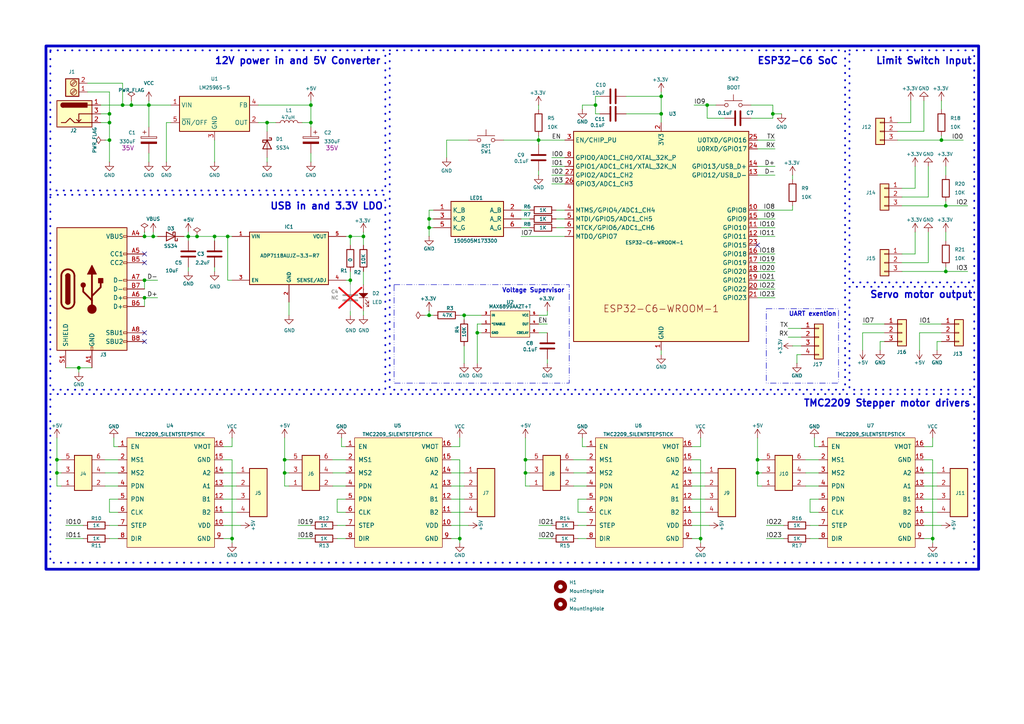
<source format=kicad_sch>
(kicad_sch (version 20231120) (generator "eeschema") (generator_version "8.0")
  (paper "A4")
  (title_block (title "Waste classification robot") (company "Jobit Joseph @ Semicon Media Pvt Ltd"))
  (junction (at 152.4 133.35))
  (junction (at 172.72 30.48))
  (junction (at 124.46 66.04))
  (junction (at 44.45 68.58))
  (junction (at 62.23 68.58))
  (junction (at 105.41 68.58))
  (junction (at 31.75 33.02))
  (junction (at 31.75 40.64))
  (junction (at 90.17 35.56))
  (junction (at 156.21 40.64))
  (junction (at 191.77 27.94))
  (junction (at 224.155 33.02))
  (junction (at 43.18 30.48))
  (junction (at 66.04 68.58))
  (junction (at 41.91 86.36))
  (junction (at 67.31 156.21))
  (junction (at 274.32 78.74))
  (junction (at 82.55 133.35))
  (junction (at 41.91 68.58))
  (junction (at 133.35 156.21))
  (junction (at 219.71 137.16))
  (junction (at 57.15 68.58))
  (junction (at 219.71 133.35))
  (junction (at 274.32 59.69))
  (junction (at 90.17 30.48))
  (junction (at 101.6 81.28))
  (junction (at 101.6 68.58))
  (junction (at 54.61 68.58))
  (junction (at 38.1 30.48))
  (junction (at 138.43 96.52))
  (junction (at 152.4 137.16))
  (junction (at 31.75 35.56))
  (junction (at 203.2 156.21))
  (junction (at 77.47 35.56))
  (junction (at 82.55 137.16))
  (junction (at 124.46 91.44))
  (junction (at 16.51 133.35))
  (junction (at 35.56 30.48))
  (junction (at 270.51 156.21))
  (junction (at 273.05 40.64))
  (junction (at 41.91 81.28))
  (junction (at 134.62 91.44))
  (junction (at 16.51 137.16))
  (junction (at 124.46 63.5))
  (junction (at 191.77 33.02))
  (junction (at 205.105 30.48))
  (junction (at 22.86 106.68))
  (no_connect (at 41.91 73.66))
  (no_connect (at 41.91 76.2))
  (no_connect (at 41.91 99.06))
  (no_connect (at 41.91 96.52))
  (no_connect (at 219.71 71.12))
  (wire (pts (xy 35.56 24.13) (xy 35.56 30.48)))
  (wire (pts (xy 90.17 46.99) (xy 90.17 44.45)))
  (wire (pts (xy 224.79 43.18) (xy 219.71 43.18)))
  (wire (pts (xy 134.62 100.33) (xy 134.62 105.41)))
  (wire (pts (xy 274.32 67.31) (xy 274.32 69.85)))
  (wire (pts (xy 231.14 105.41) (xy 231.14 102.87)))
  (wire (pts (xy 160.02 45.72) (xy 163.83 45.72)))
  (wire (pts (xy 236.22 129.54) (xy 237.49 129.54)))
  (wire (pts (xy 68.58 144.78) (xy 64.77 144.78)))
  (wire (pts (xy 167.64 148.59) (xy 170.18 148.59)))
  (wire (pts (xy 273.05 99.06) (xy 271.78 99.06)))
  (wire (pts (xy 271.78 137.16) (xy 267.97 137.16)))
  (wire (pts (xy 67.31 133.35) (xy 67.31 156.21)))
  (wire (pts (xy 156.21 91.44) (xy 158.75 91.44)))
  (wire (pts (xy 90.17 29.21) (xy 90.17 30.48)))
  (wire (pts (xy 234.95 152.4) (xy 237.49 152.4)))
  (wire (pts (xy 124.46 63.5) (xy 125.73 63.5)))
  (wire (pts (xy 172.72 30.48) (xy 172.72 33.02)))
  (wire (pts (xy 167.64 152.4) (xy 170.18 152.4)))
  (wire (pts (xy 66.04 68.58) (xy 67.31 68.58)))
  (wire (pts (xy 261.62 76.2) (xy 269.24 76.2)))
  (wire (pts (xy 125.73 60.96) (xy 124.46 60.96)))
  (wire (pts (xy 156.21 30.48) (xy 156.21 31.75)))
  (wire (pts (xy 156.21 40.64) (xy 156.21 41.91)))
  (wire (pts (xy 156.21 40.64) (xy 163.83 40.64)))
  (wire (pts (xy 204.47 148.59) (xy 200.66 148.59)))
  (wire (pts (xy 224.155 33.02) (xy 224.155 34.29)))
  (wire (pts (xy 31.75 148.59) (xy 34.29 148.59)))
  (wire (pts (xy 82.55 137.16) (xy 82.55 140.97)))
  (wire (pts (xy 96.52 140.97) (xy 100.33 140.97)))
  (wire (pts (xy 124.46 91.44) (xy 125.73 91.44)))
  (wire (pts (xy 273.05 40.64) (xy 273.05 39.37)))
  (wire (pts (xy 260.35 40.64) (xy 273.05 40.64)))
  (wire (pts (xy 204.47 137.16) (xy 200.66 137.16)))
  (wire (pts (xy 130.81 133.35) (xy 133.35 133.35)))
  (wire (pts (xy 265.43 54.61) (xy 265.43 48.26)))
  (wire (pts (xy 270.51 129.54) (xy 267.97 129.54)))
  (wire (pts (xy 219.71 133.35) (xy 220.98 133.35)))
  (wire (pts (xy 25.4 26.67) (xy 31.75 26.67)))
  (wire (pts (xy 25.4 24.13) (xy 35.56 24.13)))
  (wire (pts (xy 158.75 105.41) (xy 158.75 104.14)))
  (wire (pts (xy 273.05 40.64) (xy 279.4 40.64)))
  (wire (pts (xy 31.75 144.78) (xy 31.75 148.59)))
  (wire (pts (xy 219.71 127) (xy 219.71 133.35)))
  (wire (pts (xy 133.35 156.21) (xy 133.35 157.48)))
  (wire (pts (xy 224.79 81.28) (xy 219.71 81.28)))
  (wire (pts (xy 97.79 152.4) (xy 100.33 152.4)))
  (wire (pts (xy 166.37 140.97) (xy 170.18 140.97)))
  (wire (pts (xy 161.29 66.04) (xy 163.83 66.04)))
  (wire (pts (xy 77.47 35.56) (xy 77.47 38.1)))
  (wire (pts (xy 224.79 66.04) (xy 219.71 66.04)))
  (wire (pts (xy 135.89 40.64) (xy 129.54 40.64)))
  (wire (pts (xy 82.55 133.35) (xy 83.82 133.35)))
  (wire (pts (xy 134.62 91.44) (xy 139.7 91.44)))
  (wire (pts (xy 224.79 83.82) (xy 219.71 83.82)))
  (wire (pts (xy 30.48 40.64) (xy 31.75 40.64)))
  (wire (pts (xy 168.91 127) (xy 168.91 129.54)))
  (wire (pts (xy 16.51 133.35) (xy 16.51 137.16)))
  (wire (pts (xy 97.79 156.21) (xy 100.33 156.21)))
  (wire (pts (xy 270.51 156.21) (xy 270.51 157.48)))
  (wire (pts (xy 49.53 30.48) (xy 43.18 30.48)))
  (wire (pts (xy 168.91 129.54) (xy 170.18 129.54)))
  (wire (pts (xy 133.35 133.35) (xy 133.35 156.21)))
  (wire (pts (xy 236.22 127) (xy 236.22 129.54)))
  (wire (pts (xy 160.02 50.8) (xy 163.83 50.8)))
  (wire (pts (xy 233.68 140.97) (xy 237.49 140.97)))
  (wire (pts (xy 48.26 35.56) (xy 49.53 35.56)))
  (wire (pts (xy 138.43 96.52) (xy 138.43 105.41)))
  (wire (pts (xy 219.71 137.16) (xy 220.98 137.16)))
  (wire (pts (xy 224.79 78.74) (xy 219.71 78.74)))
  (wire (pts (xy 217.805 34.29) (xy 224.155 34.29)))
  (wire (pts (xy 33.02 129.54) (xy 34.29 129.54)))
  (wire (pts (xy 31.75 35.56) (xy 31.75 33.02)))
  (wire (pts (xy 270.51 127) (xy 270.51 129.54)))
  (wire (pts (xy 19.05 152.4) (xy 24.13 152.4)))
  (wire (pts (xy 158.75 93.98) (xy 156.21 93.98)))
  (wire (pts (xy 44.45 68.58) (xy 44.45 67.31)))
  (wire (pts (xy 152.4 133.35) (xy 153.67 133.35)))
  (wire (pts (xy 77.47 46.99) (xy 77.47 45.72)))
  (wire (pts (xy 135.89 152.4) (xy 130.81 152.4)))
  (wire (pts (xy 41.91 68.58) (xy 44.45 68.58)))
  (wire (pts (xy 152.4 133.35) (xy 152.4 137.16)))
  (wire (pts (xy 105.41 71.12) (xy 105.41 68.58)))
  (wire (pts (xy 203.2 127) (xy 203.2 129.54)))
  (wire (pts (xy 67.31 81.28) (xy 66.04 81.28)))
  (wire (pts (xy 261.62 54.61) (xy 265.43 54.61)))
  (wire (pts (xy 219.71 140.97) (xy 220.98 140.97)))
  (wire (pts (xy 191.77 26.67) (xy 191.77 27.94)))
  (wire (pts (xy 67.31 127) (xy 67.31 129.54)))
  (wire (pts (xy 69.85 152.4) (xy 64.77 152.4)))
  (wire (pts (xy 16.51 127) (xy 16.51 133.35)))
  (wire (pts (xy 124.46 60.96) (xy 124.46 63.5)))
  (wire (pts (xy 250.19 93.98) (xy 256.54 93.98)))
  (wire (pts (xy 224.155 30.48) (xy 224.155 33.02)))
  (wire (pts (xy 224.79 40.64) (xy 219.71 40.64)))
  (wire (pts (xy 210.185 34.29) (xy 205.105 34.29)))
  (wire (pts (xy 172.72 27.94) (xy 172.72 30.48)))
  (wire (pts (xy 234.95 148.59) (xy 237.49 148.59)))
  (wire (pts (xy 205.74 152.4) (xy 200.66 152.4)))
  (wire (pts (xy 191.77 102.87) (xy 191.77 101.6)))
  (wire (pts (xy 224.79 86.36) (xy 219.71 86.36)))
  (wire (pts (xy 151.13 68.58) (xy 163.83 68.58)))
  (wire (pts (xy 54.61 68.58) (xy 57.15 68.58)))
  (wire (pts (xy 97.79 144.78) (xy 97.79 148.59)))
  (wire (pts (xy 204.47 144.78) (xy 200.66 144.78)))
  (wire (pts (xy 156.21 39.37) (xy 156.21 40.64)))
  (wire (pts (xy 82.55 140.97) (xy 83.82 140.97)))
  (wire (pts (xy 269.24 76.2) (xy 269.24 67.31)))
  (wire (pts (xy 166.37 133.35) (xy 170.18 133.35)))
  (wire (pts (xy 205.105 30.48) (xy 201.295 30.48)))
  (wire (pts (xy 29.21 35.56) (xy 31.75 35.56)))
  (wire (pts (xy 217.805 30.48) (xy 224.155 30.48)))
  (wire (pts (xy 124.46 63.5) (xy 124.46 66.04)))
  (wire (pts (xy 101.6 78.74) (xy 101.6 81.28)))
  (wire (pts (xy 237.49 144.78) (xy 234.95 144.78)))
  (wire (pts (xy 172.72 30.48) (xy 168.91 30.48)))
  (wire (pts (xy 265.43 73.66) (xy 265.43 67.31)))
  (wire (pts (xy 31.75 152.4) (xy 34.29 152.4)))
  (wire (pts (xy 152.4 140.97) (xy 153.67 140.97)))
  (wire (pts (xy 233.68 137.16) (xy 237.49 137.16)))
  (wire (pts (xy 134.62 148.59) (xy 130.81 148.59)))
  (wire (pts (xy 260.35 35.56) (xy 264.16 35.56)))
  (wire (pts (xy 105.41 91.44) (xy 105.41 90.17)))
  (wire (pts (xy 123.19 91.44) (xy 124.46 91.44)))
  (wire (pts (xy 170.18 144.78) (xy 167.64 144.78)))
  (wire (pts (xy 41.91 81.28) (xy 41.91 83.82)))
  (wire (pts (xy 31.75 26.67) (xy 31.75 33.02)))
  (wire (pts (xy 274.32 78.74) (xy 274.32 77.47)))
  (wire (pts (xy 54.61 67.31) (xy 54.61 68.58)))
  (wire (pts (xy 167.64 144.78) (xy 167.64 148.59)))
  (wire (pts (xy 271.78 99.06) (xy 271.78 101.6)))
  (wire (pts (xy 134.62 140.97) (xy 130.81 140.97)))
  (wire (pts (xy 228.6 97.79) (xy 232.41 97.79)))
  (wire (pts (xy 266.7 96.52) (xy 266.7 101.6)))
  (wire (pts (xy 173.99 27.94) (xy 172.72 27.94)))
  (wire (pts (xy 274.32 78.74) (xy 280.67 78.74)))
  (wire (pts (xy 130.81 156.21) (xy 133.35 156.21)))
  (wire (pts (xy 256.54 96.52) (xy 250.19 96.52)))
  (wire (pts (xy 90.17 35.56) (xy 90.17 36.83)))
  (wire (pts (xy 250.19 96.52) (xy 250.19 101.6)))
  (wire (pts (xy 64.77 156.21) (xy 67.31 156.21)))
  (wire (pts (xy 228.6 95.25) (xy 232.41 95.25)))
  (wire (pts (xy 43.18 29.21) (xy 43.18 30.48)))
  (wire (pts (xy 134.62 91.44) (xy 134.62 92.71)))
  (wire (pts (xy 99.06 129.54) (xy 100.33 129.54)))
  (wire (pts (xy 96.52 133.35) (xy 100.33 133.35)))
  (wire (pts (xy 181.61 33.02) (xy 191.77 33.02)))
  (wire (pts (xy 44.45 68.58) (xy 45.72 68.58)))
  (wire (pts (xy 160.02 48.26) (xy 163.83 48.26)))
  (wire (pts (xy 181.61 27.94) (xy 191.77 27.94)))
  (wire (pts (xy 101.6 68.58) (xy 100.33 68.58)))
  (wire (pts (xy 205.105 34.29) (xy 205.105 30.48)))
  (wire (pts (xy 67.31 156.21) (xy 67.31 157.48)))
  (wire (pts (xy 82.55 133.35) (xy 82.55 137.16)))
  (wire (pts (xy 156.21 50.8) (xy 156.21 49.53)))
  (wire (pts (xy 234.95 156.21) (xy 237.49 156.21)))
  (wire (pts (xy 134.62 137.16) (xy 130.81 137.16)))
  (wire (pts (xy 264.16 35.56) (xy 264.16 29.21)))
  (wire (pts (xy 139.7 96.52) (xy 138.43 96.52)))
  (wire (pts (xy 204.47 140.97) (xy 200.66 140.97)))
  (wire (pts (xy 233.68 133.35) (xy 237.49 133.35)))
  (wire (pts (xy 167.64 156.21) (xy 170.18 156.21)))
  (wire (pts (xy 53.34 68.58) (xy 54.61 68.58)))
  (wire (pts (xy 124.46 90.17) (xy 124.46 91.44)))
  (wire (pts (xy 133.35 127) (xy 133.35 129.54)))
  (wire (pts (xy 35.56 30.48) (xy 38.1 30.48)))
  (wire (pts (xy 224.79 73.66) (xy 219.71 73.66)))
  (wire (pts (xy 273.05 29.21) (xy 273.05 31.75)))
  (wire (pts (xy 77.47 35.56) (xy 74.93 35.56)))
  (wire (pts (xy 207.645 30.48) (xy 205.105 30.48)))
  (wire (pts (xy 101.6 91.44) (xy 101.6 90.17)))
  (wire (pts (xy 274.32 48.26) (xy 274.32 50.8)))
  (wire (pts (xy 261.62 59.69) (xy 274.32 59.69)))
  (wire (pts (xy 156.21 96.52) (xy 158.75 96.52)))
  (wire (pts (xy 146.05 40.64) (xy 156.21 40.64)))
  (wire (pts (xy 274.32 59.69) (xy 274.32 58.42)))
  (wire (pts (xy 74.93 30.48) (xy 90.17 30.48)))
  (wire (pts (xy 152.4 137.16) (xy 152.4 140.97)))
  (wire (pts (xy 261.62 73.66) (xy 265.43 73.66)))
  (wire (pts (xy 219.71 133.35) (xy 219.71 137.16)))
  (wire (pts (xy 229.87 59.69) (xy 229.87 60.96)))
  (wire (pts (xy 267.97 133.35) (xy 270.51 133.35)))
  (wire (pts (xy 222.25 152.4) (xy 227.33 152.4)))
  (wire (pts (xy 151.13 63.5) (xy 153.67 63.5)))
  (wire (pts (xy 86.36 152.4) (xy 90.17 152.4)))
  (wire (pts (xy 90.17 30.48) (xy 90.17 35.56)))
  (wire (pts (xy 226.695 33.02) (xy 224.155 33.02)))
  (wire (pts (xy 16.51 140.97) (xy 17.78 140.97)))
  (wire (pts (xy 41.91 67.31) (xy 41.91 68.58)))
  (wire (pts (xy 134.62 144.78) (xy 130.81 144.78)))
  (wire (pts (xy 87.63 35.56) (xy 90.17 35.56)))
  (wire (pts (xy 224.79 63.5) (xy 219.71 63.5)))
  (wire (pts (xy 68.58 137.16) (xy 64.77 137.16)))
  (wire (pts (xy 267.97 156.21) (xy 270.51 156.21)))
  (wire (pts (xy 124.46 66.04) (xy 124.46 68.58)))
  (wire (pts (xy 156.21 152.4) (xy 160.02 152.4)))
  (wire (pts (xy 261.62 78.74) (xy 274.32 78.74)))
  (wire (pts (xy 82.55 127) (xy 82.55 133.35)))
  (wire (pts (xy 138.43 93.98) (xy 138.43 96.52)))
  (wire (pts (xy 100.33 144.78) (xy 97.79 144.78)))
  (wire (pts (xy 100.33 81.28) (xy 101.6 81.28)))
  (wire (pts (xy 29.21 30.48) (xy 35.56 30.48)))
  (wire (pts (xy 57.15 68.58) (xy 62.23 68.58)))
  (wire (pts (xy 31.75 156.21) (xy 34.29 156.21)))
  (wire (pts (xy 54.61 68.58) (xy 54.61 69.85)))
  (wire (pts (xy 62.23 78.74) (xy 62.23 77.47)))
  (wire (pts (xy 31.75 40.64) (xy 31.75 46.99)))
  (wire (pts (xy 105.41 78.74) (xy 105.41 82.55)))
  (wire (pts (xy 41.91 86.36) (xy 45.72 86.36)))
  (wire (pts (xy 105.41 68.58) (xy 101.6 68.58)))
  (wire (pts (xy 83.82 87.63) (xy 83.82 91.44)))
  (wire (pts (xy 30.48 133.35) (xy 34.29 133.35)))
  (wire (pts (xy 160.02 53.34) (xy 163.83 53.34)))
  (wire (pts (xy 31.75 35.56) (xy 31.75 40.64)))
  (wire (pts (xy 30.48 137.16) (xy 34.29 137.16)))
  (wire (pts (xy 151.13 66.04) (xy 153.67 66.04)))
  (wire (pts (xy 224.79 48.26) (xy 219.71 48.26)))
  (wire (pts (xy 26.67 106.68) (xy 22.86 106.68)))
  (wire (pts (xy 153.67 60.96) (xy 151.13 60.96)))
  (wire (pts (xy 101.6 81.28) (xy 101.6 82.55)))
  (wire (pts (xy 41.91 86.36) (xy 41.91 88.9)))
  (wire (pts (xy 99.06 127) (xy 99.06 129.54)))
  (wire (pts (xy 66.04 81.28) (xy 66.04 68.58)))
  (wire (pts (xy 267.97 38.1) (xy 267.97 29.21)))
  (wire (pts (xy 161.29 60.96) (xy 163.83 60.96)))
  (wire (pts (xy 273.05 152.4) (xy 267.97 152.4)))
  (wire (pts (xy 67.31 129.54) (xy 64.77 129.54)))
  (wire (pts (xy 173.99 33.02) (xy 172.72 33.02)))
  (wire (pts (xy 16.51 133.35) (xy 17.78 133.35)))
  (wire (pts (xy 30.48 140.97) (xy 34.29 140.97)))
  (wire (pts (xy 152.4 137.16) (xy 153.67 137.16)))
  (wire (pts (xy 133.35 129.54) (xy 130.81 129.54)))
  (wire (pts (xy 271.78 144.78) (xy 267.97 144.78)))
  (wire (pts (xy 101.6 71.12) (xy 101.6 68.58)))
  (wire (pts (xy 38.1 30.48) (xy 43.18 30.48)))
  (wire (pts (xy 97.79 148.59) (xy 100.33 148.59)))
  (wire (pts (xy 229.87 100.33) (xy 232.41 100.33)))
  (wire (pts (xy 96.52 137.16) (xy 100.33 137.16)))
  (wire (pts (xy 129.54 40.64) (xy 129.54 45.72)))
  (wire (pts (xy 261.62 57.15) (xy 269.24 57.15)))
  (wire (pts (xy 22.86 106.68) (xy 22.86 107.95)))
  (wire (pts (xy 105.41 67.31) (xy 105.41 68.58)))
  (wire (pts (xy 273.05 96.52) (xy 266.7 96.52)))
  (wire (pts (xy 200.66 133.35) (xy 203.2 133.35)))
  (wire (pts (xy 16.51 137.16) (xy 16.51 140.97)))
  (wire (pts (xy 41.91 81.28) (xy 45.72 81.28)))
  (wire (pts (xy 219.71 60.96) (xy 229.87 60.96)))
  (wire (pts (xy 255.27 99.06) (xy 256.54 99.06)))
  (wire (pts (xy 43.18 46.99) (xy 43.18 44.45)))
  (wire (pts (xy 156.21 156.21) (xy 160.02 156.21)))
  (wire (pts (xy 224.79 50.8) (xy 219.71 50.8)))
  (wire (pts (xy 224.79 68.58) (xy 219.71 68.58)))
  (wire (pts (xy 158.75 91.44) (xy 158.75 90.17)))
  (wire (pts (xy 269.24 57.15) (xy 269.24 48.26)))
  (wire (pts (xy 54.61 78.74) (xy 54.61 77.47)))
  (wire (pts (xy 260.35 38.1) (xy 267.97 38.1)))
  (wire (pts (xy 234.95 144.78) (xy 234.95 148.59)))
  (wire (pts (xy 219.71 137.16) (xy 219.71 140.97)))
  (wire (pts (xy 68.58 140.97) (xy 64.77 140.97)))
  (wire (pts (xy 139.7 93.98) (xy 138.43 93.98)))
  (wire (pts (xy 64.77 133.35) (xy 67.31 133.35)))
  (wire (pts (xy 191.77 33.02) (xy 191.77 35.56)))
  (wire (pts (xy 271.78 140.97) (xy 267.97 140.97)))
  (wire (pts (xy 62.23 68.58) (xy 66.04 68.58)))
  (wire (pts (xy 255.27 101.6) (xy 255.27 99.06)))
  (wire (pts (xy 229.87 50.8) (xy 229.87 52.07)))
  (wire (pts (xy 222.25 156.21) (xy 227.33 156.21)))
  (wire (pts (xy 203.2 133.35) (xy 203.2 156.21)))
  (wire (pts (xy 203.2 156.21) (xy 203.2 157.48)))
  (wire (pts (xy 133.35 91.44) (xy 134.62 91.44)))
  (wire (pts (xy 43.18 30.48) (xy 43.18 36.83)))
  (wire (pts (xy 86.36 156.21) (xy 90.17 156.21)))
  (wire (pts (xy 16.51 137.16) (xy 17.78 137.16)))
  (wire (pts (xy 22.86 106.68) (xy 19.05 106.68)))
  (wire (pts (xy 68.58 148.59) (xy 64.77 148.59)))
  (wire (pts (xy 62.23 69.85) (xy 62.23 68.58)))
  (wire (pts (xy 38.1 29.21) (xy 38.1 30.48)))
  (wire (pts (xy 274.32 59.69) (xy 280.67 59.69)))
  (wire (pts (xy 168.91 30.48) (xy 168.91 31.75)))
  (wire (pts (xy 166.37 137.16) (xy 170.18 137.16)))
  (wire (pts (xy 80.01 35.56) (xy 77.47 35.56)))
  (wire (pts (xy 33.02 127) (xy 33.02 129.54)))
  (wire (pts (xy 29.21 33.02) (xy 31.75 33.02)))
  (wire (pts (xy 224.79 76.2) (xy 219.71 76.2)))
  (wire (pts (xy 124.46 66.04) (xy 125.73 66.04)))
  (wire (pts (xy 152.4 127) (xy 152.4 133.35)))
  (wire (pts (xy 271.78 148.59) (xy 267.97 148.59)))
  (wire (pts (xy 161.29 63.5) (xy 163.83 63.5)))
  (wire (pts (xy 270.51 133.35) (xy 270.51 156.21)))
  (wire (pts (xy 191.77 27.94) (xy 191.77 33.02)))
  (wire (pts (xy 48.26 35.56) (xy 48.26 46.99)))
  (wire (pts (xy 231.14 102.87) (xy 232.41 102.87)))
  (wire (pts (xy 34.29 144.78) (xy 31.75 144.78)))
  (wire (pts (xy 266.7 93.98) (xy 273.05 93.98)))
  (wire (pts (xy 62.23 46.99) (xy 62.23 40.64)))
  (wire (pts (xy 203.2 129.54) (xy 200.66 129.54)))
  (wire (pts (xy 200.66 156.21) (xy 203.2 156.21)))
  (wire (pts (xy 82.55 137.16) (xy 83.82 137.16)))
  (wire (pts (xy 19.05 156.21) (xy 24.13 156.21)))
  (rectangle (start 14.605 114.3) (end 282.575 163.195) (stroke (width 0.5) (type dot)))
  (rectangle (start 113.03 14.605) (end 245.11 113.03) (stroke (width 0.5) (type dot)))
  (rectangle (start 246.38 14.605) (end 282.575 81.915) (stroke (width 0.5) (type dot)))
  (rectangle (start 14.605 56.515) (end 111.76 113.03) (stroke (width 0.5) (type dot)))
  (rectangle (start 14.605 14.605) (end 111.76 55.245) (stroke (width 0.5) (type dot)))
  (rectangle (start 222.25 89.535) (end 243.205 111.125) (stroke (width 0) (type dash_dot_dot)))
  (rectangle (start 114.3 82.55) (end 165.1 111.125) (stroke (width 0) (type dash_dot_dot)))
  (rectangle (start 246.38 83.185) (end 282.575 113.03) (stroke (width 0.5) (type dot)))
  (rectangle (start 13.335 13.335) (end 283.845 165.1) (stroke (width 0.8)))
  (text "USB in and 3.3V LDO" (at 94.742 59.944 0) (effects (font (size 2 2) (thickness 0.4) (bold yes))))
  (text "UART exention" (at 235.712 91.186 0) (effects (font (size 1.27 1.27) (bold yes))))
  (text "TMC2209 Stepper motor drivers" (at 257.302 117.094 0) (effects (font (size 2 2) (thickness 0.4) (bold yes))))
  (text "ESP32-C6 SoC" (at 231.394 17.78 0) (effects (font (size 2 2) (thickness 0.4) (bold yes))))
  (text "Voltage Supervisor" (at 154.686 84.328 0) (effects (font (size 1.27 1.27) (bold yes))))
  (text "12V power in and 5V Converter" (at 86.36 17.78 0) (effects (font (size 2 2) (thickness 0.4) (bold yes))))
  (text "Servo motor output" (at 267.208 85.598 0) (effects (font (size 2 2) (thickness 0.4) (bold yes))))
  (text "Limit Switch Input" (at 267.97 17.78 0) (effects (font (size 2 2) (thickness 0.4) (bold yes))))
  (label "IO9" (at 224.79 63.5 180))
  (label "EN" (at 160.02 40.64 0))
  (label "D-" (at 224.79 50.8 180))
  (label "TX" (at 228.6 95.25 180))
  (label "IO19" (at 224.79 76.2 180))
  (label "TX" (at 224.79 40.64 180))
  (label "IO11" (at 224.79 68.58 180))
  (label "IO21" (at 224.79 81.28 180))
  (label "IO1" (at 160.02 48.26 0))
  (label "IO10" (at 224.79 66.04 180))
  (label "IO7" (at 250.19 93.98 0))
  (label "RX" (at 228.6 97.79 180))
  (label "D+" (at 224.79 48.26 180))
  (label "IO22" (at 224.79 83.82 180))
  (label "IO20" (at 224.79 78.74 180))
  (label "IO21" (at 156.21 152.4 0))
  (label "IO11" (at 19.05 156.21 0))
  (label "IO9" (at 201.295 30.48 0))
  (label "IO10" (at 19.05 152.4 0))
  (label "IO2" (at 160.02 50.8 0))
  (label "IO19" (at 86.36 152.4 0))
  (label "IO1" (at 266.7 93.98 0))
  (label "IO22" (at 222.25 152.4 0))
  (label "IO8" (at 224.79 60.96 180))
  (label "EN" (at 158.75 93.98 180))
  (label "IO23" (at 224.79 86.36 180))
  (label "IO20" (at 156.21 156.21 0))
  (label "IO2" (at 280.67 59.69 180))
  (label "IO3" (at 280.67 78.74 180))
  (label "IO0" (at 160.02 45.72 0))
  (label "D+" (at 45.72 86.36 180))
  (label "IO18" (at 224.79 73.66 180))
  (label "IO18" (at 86.36 156.21 0))
  (label "D-" (at 45.72 81.28 180))
  (label "RX" (at 224.79 43.18 180))
  (label "IO7" (at 151.13 68.58 0))
  (label "IO0" (at 279.4 40.64 180))
  (label "IO23" (at 222.25 156.21 0))
  (label "IO3" (at 160.02 53.34 0))
  (symbol (lib_id "power:GND") (at 255.27 101.6 0) (unit 1)
    (property "Reference" "#PWR066" (effects (hide yes)))
    (property "Value" "GND" (at 255.27 105.156 0) (effects (font (size 1 1))))
  )
  (symbol (lib_id "Device:C") (at 213.995 34.29 270) (mirror x) (unit 1)
    (property "Reference" "C7" (at 218.567 32.766 90) (effects (font (size 1 1)) (justify right)))
    (property "Value" "0.1uF" (at 212.471 32.766 90) (effects (font (size 1 1)) (justify right)))
    (property "Footprint" "Capacitor_SMD:C_0603_1608Metric" (effects (hide yes)))
    (property "Description" "Unpolarized capacitor" (effects (hide yes)))
  )
  (symbol (lib_id "power:VCC") (at 133.35 127 0) (unit 1)
    (property "Reference" "#PWR040" (effects (hide yes)))
    (property "Value" "VCC" (at 133.35 123.698 0) (effects (font (size 1 1))))
    (property "Description" "Power symbol creates a global label with name \"VCC\"" (effects (hide yes)))
  )
  (symbol (lib_id "power:+5V") (at 69.85 152.4 270) (unit 1)
    (property "Reference" "#PWR037" (effects (hide yes)))
    (property "Value" "+5V" (at 73.406 152.4 0) (effects (font (size 1 1))))
  )
  (symbol (lib_id "Device:R") (at 27.94 156.21 90) (mirror x) (unit 1)
    (property "Reference" "R11" (at 27.94 158.242 90) (effects (font (size 1 1))))
    (property "Value" "1K" (at 27.94 156.21 90) (effects (font (size 1 1))))
    (property "Footprint" "Resistor_SMD:R_0603_1608Metric" (effects (hide yes)))
    (property "Description" "Resistor" (effects (hide yes)))
  )
  (symbol (lib_name "GND_2") (lib_id "power:GND") (at 231.14 105.41 0) (unit 1)
    (property "Reference" "#PWR067" (effects (hide yes)))
    (property "Value" "GND" (at 231.14 108.966 0) (effects (font (size 1 1))))
    (property "Description" "Power symbol creates a global label with name \"GND\" , ground" (effects (hide yes)))
  )
  (symbol (lib_id "Device:C") (at 101.6 86.36 0) (unit 1) (dnp yes)
    (property "Reference" "C4" (at 96.012 84.582 0) (effects (font (size 1 1)) (justify left)))
    (property "Value" "NC" (at 96.012 86.36 0) (effects (font (size 1 1)) (justify left)))
    (property "Footprint" "Capacitor_SMD:C_0603_1608Metric" (effects (hide yes)))
  )
  (symbol (lib_id "power:GND") (at 236.22 127 180) (unit 1)
    (property "Reference" "#PWR049" (effects (hide yes)))
    (property "Value" "GND" (at 236.22 123.698 0) (effects (font (size 1 1))))
  )
  (symbol (lib_id "Mechanical:MountingHole") (at 162.56 175.26 0) (unit 1) (exclude_from_sim yes) (in_bom no)
    (property "Reference" "H2" (at 165.1 173.9899 0) (effects (font (size 1 1)) (justify left)))
    (property "Value" "MountingHole" (at 165.1 176.5299 0) (effects (font (size 1 1)) (justify left)))
    (property "Footprint" "MountingHole:MountingHole_2.2mm_M2_Pad" (effects (hide yes)))
    (property "Description" "Mounting Hole without connection" (effects (hide yes)))
  )
  (symbol (lib_id "Switch:SW_Push") (at 212.725 30.48 0) (mirror y) (unit 1)
    (property "Reference" "SW2" (at 212.725 22.86 0) (effects (font (size 1 1))))
    (property "Value" "BOOT" (at 212.725 25.4 0) (effects (font (size 1 1))))
    (property "Footprint" "3x4x2:Tactile 3x4x2mm TS-A010" (effects (hide yes)))
    (property "Description" "Push button switch, generic, two pins" (effects (hide yes)))
  )
  (symbol (lib_id "Device:R") (at 163.83 152.4 90) (unit 1)
    (property "Reference" "R14" (at 163.83 150.368 90) (effects (font (size 1 1))))
    (property "Value" "1K" (at 163.83 152.4 90) (effects (font (size 1 1))))
    (property "Footprint" "Resistor_SMD:R_0603_1608Metric" (effects (hide yes)))
    (property "Description" "Resistor" (effects (hide yes)))
  )
  (symbol (lib_id "Device:C") (at 177.8 27.94 270) (mirror x) (unit 1)
    (property "Reference" "C10" (at 172.72 24.638 90) (effects (font (size 1 1)) (justify left)))
    (property "Value" "10uF" (at 171.704 26.924 90) (effects (font (size 1 1)) (justify left)))
    (property "Footprint" "Capacitor_SMD:C_0805_2012Metric" (effects (hide yes)))
    (property "Description" "Unpolarized capacitor" (effects (hide yes)))
  )
  (symbol (lib_name "Conn_02x03_Top_Bottom_1") (lib_id "Connector_Generic:Conn_02x03_Top_Bottom") (at 88.9 137.16 0) (mirror x) (unit 1)
    (property "Reference" "J6" (at 90.17 137.414 0) (effects (font (size 1 1))))
    (property "Value" "Conn_02x03_Top_Bottom" (effects (hide yes)))
    (property "Footprint" "Connector_PinHeader_2.54mm:PinHeader_2x03_P2.54mm_Vertical" (effects (hide yes)))
    (property "Description" "Generic connector, double row, 02x03, top/bottom pin numbering scheme (row 1: 1...pins_per_row, row2: pins_per_row+1 ... num_pins), script generated (kicad-library-utils/schlib/autogen/connector/)" (effects (hide yes)))
  )
  (symbol (lib_name "PWR_FLAG_1") (lib_id "power:PWR_FLAG") (at 38.1 29.21 0) (unit 1)
    (property "Reference" "#FLG01" (effects (hide yes)))
    (property "Value" "PWR_FLAG" (at 38.1 26.162 0) (effects (font (size 1 1))))
    (property "Description" "Special symbol for telling ERC where power comes from" (effects (hide yes)))
  )
  (symbol (lib_id "power:VCC") (at 270.51 127 0) (unit 1)
    (property "Reference" "#PWR050" (effects (hide yes)))
    (property "Value" "VCC" (at 270.51 123.698 0) (effects (font (size 1 1))))
    (property "Description" "Power symbol creates a global label with name \"VCC\"" (effects (hide yes)))
  )
  (symbol (lib_id "Device:R") (at 157.48 63.5 90) (unit 1)
    (property "Reference" "R7" (at 152.908 62.23 90) (effects (font (size 1 1))))
    (property "Value" "1K" (at 157.48 63.5 90) (effects (font (size 1 1))))
    (property "Footprint" "Resistor_SMD:R_0603_1608Metric" (effects (hide yes)))
    (property "Description" "Resistor" (effects (hide yes)))
  )
  (symbol (lib_name "TMC2209_SILENTSTEPSTICK_1") (lib_id "TMC2209_SILENTSTEPSTICK:TMC2209_SILENTSTEPSTICK") (at 49.53 142.24 0) (unit 1)
    (property "Reference" "U4" (at 49.276 123.444 0) (effects (font (size 1 1))))
    (property "Value" "TMC2209_SILENTSTEPSTICK" (at 49.276 125.984 0) (effects (font (size 1 1))))
    (property "Footprint" "TMC2209_SILENTSTEPSTICK:MODULE_TMC2209_SILENTSTEPSTICK" (effects (hide yes)))
  )
  (symbol (lib_id "Connector_Generic:Conn_01x03") (at 261.62 96.52 0) (unit 1)
    (property "Reference" "J16" (at 260.096 102.108 0) (effects (font (size 1 1)) (justify left)))
    (property "Value" "Conn_01x03" (effects (hide yes)))
    (property "Footprint" "Connector_JST:JST_XH_B3B-XH-AM_1x03_P2.50mm_Vertical" (effects (hide yes)))
    (property "Description" "Generic connector, single row, 01x03, script generated (kicad-library-utils/schlib/autogen/connector/)" (effects (hide yes)))
  )
  (symbol (lib_id "Device:R") (at 134.62 96.52 180) (unit 1)
    (property "Reference" "R4" (at 132.588 94.488 90) (effects (font (size 1 1)) (justify left)))
    (property "Value" "10K" (at 134.62 94.742 90) (effects (font (size 1 1)) (justify left)))
    (property "Footprint" "Resistor_SMD:R_0603_1608Metric" (effects (hide yes)))
    (property "Description" "Resistor" (effects (hide yes)))
  )
  (symbol (lib_id "power:GND") (at 226.695 33.02 0) (mirror y) (unit 1)
    (property "Reference" "#PWR020" (effects (hide yes)))
    (property "Value" "GND" (at 226.695 36.83 0) (effects (font (size 1 1))))
    (property "Description" "Power symbol creates a global label with name \"GND\" , ground" (effects (hide yes)))
  )
  (symbol (lib_id "power:+3.3V") (at 158.75 90.17 0) (unit 1)
    (property "Reference" "#PWR025" (effects (hide yes)))
    (property "Value" "+3.3V" (at 158.496 86.614 0) (effects (font (size 1 1))))
    (property "Description" "Power symbol creates a global label with name \"+3.3V\"" (effects (hide yes)))
  )
  (symbol (lib_name "GND_3") (lib_id "power:GND") (at 90.17 46.99 0) (mirror y) (unit 1)
    (property "Reference" "#PWR08" (effects (hide yes)))
    (property "Value" "GND" (at 90.17 50.8 0) (effects (font (size 1 1))))
    (property "Description" "Power symbol creates a global label with name \"GND\" , ground" (effects (hide yes)))
  )
  (symbol (lib_id "Device:R") (at 231.14 156.21 90) (mirror x) (unit 1)
    (property "Reference" "R17" (at 231.14 158.242 90) (effects (font (size 1 1))))
    (property "Value" "1K" (at 231.14 156.21 90) (effects (font (size 1 1))))
    (property "Footprint" "Resistor_SMD:R_0603_1608Metric" (effects (hide yes)))
    (property "Description" "Resistor" (effects (hide yes)))
  )
  (symbol (lib_id "Device:R") (at 157.48 60.96 90) (unit 1)
    (property "Reference" "R6" (at 152.908 59.944 90) (effects (font (size 1 1))))
    (property "Value" "1K" (at 157.48 60.96 90) (effects (font (size 1 1))))
    (property "Footprint" "Resistor_SMD:R_0603_1608Metric" (effects (hide yes)))
    (property "Description" "Resistor" (effects (hide yes)))
  )
  (symbol (lib_id "Device:R") (at 274.32 73.66 0) (unit 1)
    (property "Reference" "R21" (at 276.86 72.3899 0) (effects (font (size 1 1)) (justify left)))
    (property "Value" "10K" (at 276.86 74.9299 0) (effects (font (size 1 1)) (justify left)))
    (property "Footprint" "Resistor_SMD:R_0603_1608Metric" (effects (hide yes)))
    (property "Description" "Resistor" (effects (hide yes)))
  )
  (symbol (lib_id "Connector_Generic:Conn_01x04") (at 139.7 140.97 0) (unit 1)
    (property "Reference" "J7" (at 139.954 143.002 0) (effects (font (size 1 1)) (justify left)))
    (property "Value" "Conn_01x04" (effects (hide yes)))
    (property "Footprint" "Connector_JST:JST_XH_B4B-XH-AM_1x04_P2.50mm_Vertical" (effects (hide yes)))
    (property "Description" "Generic connector, single row, 01x04, script generated (kicad-library-utils/schlib/autogen/connector/)" (effects (hide yes)))
  )
  (symbol (lib_id "power:+3.3V") (at 105.41 67.31 0) (unit 1)
    (property "Reference" "#PWR012" (effects (hide yes)))
    (property "Value" "+3.3V" (at 105.156 64.008 0) (effects (font (size 1 1))))
    (property "Description" "Power symbol creates a global label with name \"+3.3V\"" (effects (hide yes)))
  )
  (symbol (lib_id "Device:R") (at 129.54 91.44 90) (unit 1)
    (property "Reference" "R3" (at 131.572 89.408 90) (effects (font (size 1 1)) (justify left)))
    (property "Value" "47K" (at 131.318 91.44 90) (effects (font (size 1 1)) (justify left)))
    (property "Footprint" "Resistor_SMD:R_0603_1608Metric" (effects (hide yes)))
    (property "Description" "Resistor" (effects (hide yes)))
  )
  (symbol (lib_id "power:GND") (at 133.35 157.48 0) (unit 1)
    (property "Reference" "#PWR041" (effects (hide yes)))
    (property "Value" "GND" (at 133.35 161.036 0) (effects (font (size 1 1))))
  )
  (symbol (lib_name "GND_2") (lib_id "power:GND") (at 134.62 105.41 0) (unit 1)
    (property "Reference" "#PWR023" (effects (hide yes)))
    (property "Value" "GND" (at 134.62 108.966 0) (effects (font (size 1 1))))
    (property "Description" "Power symbol creates a global label with name \"GND\" , ground" (effects (hide yes)))
  )
  (symbol (lib_id "Connector_Generic:Conn_01x04") (at 276.86 140.97 0) (unit 1)
    (property "Reference" "J11" (at 277.114 143.002 0) (effects (font (size 1 1)) (justify left)))
    (property "Value" "Conn_01x04" (effects (hide yes)))
    (property "Footprint" "Connector_JST:JST_XH_B4B-XH-AM_1x04_P2.50mm_Vertical" (effects (hide yes)))
    (property "Description" "Generic connector, single row, 01x04, script generated (kicad-library-utils/schlib/autogen/connector/)" (effects (hide yes)))
  )
  (symbol (lib_name "GND_2") (lib_id "power:GND") (at 54.61 78.74 0) (unit 1)
    (property "Reference" "#PWR018" (effects (hide yes)))
    (property "Value" "GND" (at 54.61 82.296 0) (effects (font (size 1 1))))
    (property "Description" "Power symbol creates a global label with name \"GND\" , ground" (effects (hide yes)))
  )
  (symbol (lib_id "power:+3.3V") (at 274.32 67.31 0) (unit 1)
    (property "Reference" "#PWR062" (effects (hide yes)))
    (property "Value" "+3.3V" (at 274.066 63.754 0) (effects (font (size 1 1))))
    (property "Description" "Power symbol creates a global label with name \"+3.3V\"" (effects (hide yes)))
  )
  (symbol (lib_id "power:+5V") (at 205.74 152.4 270) (unit 1)
    (property "Reference" "#PWR047" (effects (hide yes)))
    (property "Value" "+5V" (at 209.296 152.4 0) (effects (font (size 1 1))))
  )
  (symbol (lib_name "PWR_FLAG_1") (lib_id "power:PWR_FLAG") (at 123.19 91.44 90) (unit 1)
    (property "Reference" "#FLG05" (effects (hide yes)))
    (property "Value" "PWR_FLAG" (effects (hide yes)))
    (property "Description" "Special symbol for telling ERC where power comes from" (effects (hide yes)))
  )
  (symbol (lib_name "Conn_02x03_Top_Bottom_1") (lib_id "Connector_Generic:Conn_02x03_Top_Bottom") (at 22.86 137.16 0) (mirror x) (unit 1)
    (property "Reference" "J4" (at 24.13 137.414 0) (effects (font (size 1 1))))
    (property "Value" "Conn_02x03_Top_Bottom" (effects (hide yes)))
    (property "Footprint" "Connector_PinHeader_2.54mm:PinHeader_2x03_P2.54mm_Vertical" (effects (hide yes)))
    (property "Description" "Generic connector, double row, 02x03, top/bottom pin numbering scheme (row 1: 1...pins_per_row, row2: pins_per_row+1 ... num_pins), script generated (kicad-library-utils/schlib/autogen/connector/)" (effects (hide yes)))
  )
  (symbol (lib_id "Connector_Generic:Conn_01x04") (at 73.66 140.97 0) (unit 1)
    (property "Reference" "J5" (at 73.914 143.002 0) (effects (font (size 1 1)) (justify left)))
    (property "Value" "Conn_01x04" (effects (hide yes)))
    (property "Footprint" "Connector_JST:JST_XH_B4B-XH-AM_1x04_P2.50mm_Vertical" (effects (hide yes)))
    (property "Description" "Generic connector, single row, 01x04, script generated (kicad-library-utils/schlib/autogen/connector/)" (effects (hide yes)))
  )
  (symbol (lib_id "Mechanical:MountingHole") (at 162.56 170.18 0) (unit 1) (exclude_from_sim yes) (in_bom no)
    (property "Reference" "H1" (at 165.1 168.9099 0) (effects (font (size 1 1)) (justify left)))
    (property "Value" "MountingHole" (at 165.1 171.4499 0) (effects (font (size 1 1)) (justify left)))
    (property "Footprint" "MountingHole:MountingHole_2.2mm_M2_Pad" (effects (hide yes)))
    (property "Description" "Mounting Hole without connection" (effects (hide yes)))
  )
  (symbol (lib_id "power:+3.3V") (at 229.87 50.8 0) (unit 1)
    (property "Reference" "#PWR032" (effects (hide yes)))
    (property "Value" "+3.3V" (at 229.616 47.244 0) (effects (font (size 1 1))))
    (property "Description" "Power symbol creates a global label with name \"+3.3V\"" (effects (hide yes)))
  )
  (symbol (lib_name "PWR_FLAG_1") (lib_id "power:PWR_FLAG") (at 41.91 67.31 0) (unit 1)
    (property "Reference" "#FLG02" (effects (hide yes)))
    (property "Value" "PWR_FLAG" (effects (hide yes)))
    (property "Description" "Special symbol for telling ERC where power comes from" (effects (hide yes)))
  )
  (symbol (lib_id "downloader-rescue:USB_C_Receptacle_USB2.0-Connector") (at 26.67 83.82 0) (unit 1)
    (property "Reference" "J3" (at 29.972 102.87 0) (effects (font (size 1 1))))
    (property "Value" "USB_C_Receptacle_USB2.0" (effects (hide yes)))
    (property "Footprint" "Connector_USB:USB_C_Receptacle_HRO_TYPE-C-31-M-12" (effects (hide yes)))
    (property "Datasheet" "https://www.usb.org/sites/default/files/documents/usb_type-c.zip" (effects (hide yes)))
  )
  (symbol (lib_id "Device:R") (at 273.05 35.56 0) (unit 1)
    (property "Reference" "R18" (at 275.59 34.2899 0) (effects (font (size 1 1)) (justify left)))
    (property "Value" "10K" (at 275.59 36.8299 0) (effects (font (size 1 1)) (justify left)))
    (property "Footprint" "Resistor_SMD:R_0603_1608Metric" (effects (hide yes)))
    (property "Description" "Resistor" (effects (hide yes)))
  )
  (symbol (lib_name "GND_2") (lib_id "power:GND") (at 138.43 105.41 0) (unit 1)
    (property "Reference" "#PWR024" (effects (hide yes)))
    (property "Value" "GND" (at 138.43 108.966 0) (effects (font (size 1 1))))
    (property "Description" "Power symbol creates a global label with name \"GND\" , ground" (effects (hide yes)))
  )
  (symbol (lib_id "Device:C") (at 158.75 100.33 0) (mirror y) (unit 1)
    (property "Reference" "C8" (at 154.686 99.568 0) (effects (font (size 1 1)) (justify left)))
    (property "Value" "0.1uF" (at 155.9561 101.346 0) (effects (font (size 1 1)) (justify left)))
    (property "Footprint" "Capacitor_SMD:C_0603_1608Metric" (effects (hide yes)))
    (property "Description" "Unpolarized capacitor" (effects (hide yes)))
  )
  (symbol (lib_id "Device:R") (at 163.83 156.21 90) (mirror x) (unit 1)
    (property "Reference" "R15" (at 163.83 158.242 90) (effects (font (size 1 1))))
    (property "Value" "1K" (at 163.83 156.21 90) (effects (font (size 1 1))))
    (property "Footprint" "Resistor_SMD:R_0603_1608Metric" (effects (hide yes)))
    (property "Description" "Resistor" (effects (hide yes)))
  )
  (symbol (lib_id "Connector_Generic:Conn_01x04") (at 209.55 140.97 0) (unit 1)
    (property "Reference" "J9" (at 209.804 143.002 0) (effects (font (size 1 1)) (justify left)))
    (property "Value" "Conn_01x04" (effects (hide yes)))
    (property "Footprint" "Connector_JST:JST_XH_B4B-XH-AM_1x04_P2.50mm_Vertical" (effects (hide yes)))
    (property "Description" "Generic connector, single row, 01x04, script generated (kicad-library-utils/schlib/autogen/connector/)" (effects (hide yes)))
  )
  (symbol (lib_id "power:VBUS") (at 44.45 67.31 0) (unit 1)
    (property "Reference" "#PWR016" (effects (hide yes)))
    (property "Value" "VBUS" (at 44.45 63.5 0) (effects (font (size 1 1))))
    (property "Description" "Power symbol creates a global label with name \"VBUS\"" (effects (hide yes)))
  )
  (symbol (lib_id "Device:R") (at 27.94 152.4 90) (unit 1)
    (property "Reference" "R10" (at 27.94 150.368 90) (effects (font (size 1 1))))
    (property "Value" "1K" (at 27.94 152.4 90) (effects (font (size 1 1))))
    (property "Footprint" "Resistor_SMD:R_0603_1608Metric" (effects (hide yes)))
    (property "Description" "Resistor" (effects (hide yes)))
  )
  (symbol (lib_id "power:GND") (at 105.41 91.44 0) (unit 1)
    (property "Reference" "#PWR014" (effects (hide yes)))
    (property "Value" "GND" (at 105.537 95.8342 0) (effects (font (size 1 1))))
  )
  (symbol (lib_id "power:GND") (at 101.6 91.44 0) (unit 1)
    (property "Reference" "#PWR013" (effects (hide yes)))
    (property "Value" "GND" (at 101.727 95.8342 0) (effects (font (size 1 1))))
  )
  (symbol (lib_id "power:+3.3V") (at 156.21 30.48 0) (unit 1)
    (property "Reference" "#PWR027" (effects (hide yes)))
    (property "Value" "+3.3V" (at 155.956 26.924 0) (effects (font (size 1 1))))
    (property "Description" "Power symbol creates a global label with name \"+3.3V\"" (effects (hide yes)))
  )
  (symbol (lib_id "Device:C_Polarized") (at 90.17 40.64 0) (mirror y) (unit 1)
    (property "Reference" "C2" (at 93.98 38.4809 0) (effects (font (size 1 1)) (justify right)))
    (property "Value" "330uF" (at 93.98 41.0209 0) (effects (font (size 1 1)) (justify right)))
    (property "Footprint" "330uf 35v:CAP_J-V_10X10P5_RUB" (effects (hide yes)))
    (property "Description" "Polarized capacitor" (effects (hide yes)))
    (property "Voltage" "35V" (at 96.266 42.926 0))
  )
  (symbol (lib_id "power:GND") (at 67.31 157.48 0) (unit 1)
    (property "Reference" "#PWR036" (effects (hide yes)))
    (property "Value" "GND" (at 67.31 161.036 0) (effects (font (size 1 1))))
  )
  (symbol (lib_id "TMC2209_SILENTSTEPSTICK:TMC2209_SILENTSTEPSTICK") (at 252.73 142.24 0) (unit 1)
    (property "Reference" "U7" (at 252.476 123.444 0) (effects (font (size 1 1))))
    (property "Value" "TMC2209_SILENTSTEPSTICK" (at 252.476 125.984 0) (effects (font (size 1 1))))
    (property "Footprint" "TMC2209_SILENTSTEPSTICK:MODULE_TMC2209_SILENTSTEPSTICK" (effects (hide yes)))
  )
  (symbol (lib_id "Device:R") (at 231.14 152.4 90) (unit 1)
    (property "Reference" "R16" (at 231.14 150.368 90) (effects (font (size 1 1))))
    (property "Value" "1K" (at 231.14 152.4 90) (effects (font (size 1 1))))
    (property "Footprint" "Resistor_SMD:R_0603_1608Metric" (effects (hide yes)))
    (property "Description" "Resistor" (effects (hide yes)))
  )
  (symbol (lib_id "Device:C") (at 156.21 45.72 0) (mirror y) (unit 1)
    (property "Reference" "C9" (at 152.146 44.958 0) (effects (font (size 1 1)) (justify left)))
    (property "Value" "0.1uF" (at 153.4161 46.736 0) (effects (font (size 1 1)) (justify left)))
    (property "Footprint" "Capacitor_SMD:C_0603_1608Metric" (effects (hide yes)))
    (property "Description" "Unpolarized capacitor" (effects (hide yes)))
  )
  (symbol (lib_id "power:+5V") (at 16.51 127 0) (unit 1)
    (property "Reference" "#PWR033" (effects (hide yes)))
    (property "Value" "+5V" (at 16.51 123.444 0) (effects (font (size 1 1))))
  )
  (symbol (lib_id "power:GND") (at 33.02 127 180) (unit 1)
    (property "Reference" "#PWR034" (effects (hide yes)))
    (property "Value" "GND" (at 33.02 123.698 0) (effects (font (size 1 1))))
  )
  (symbol (lib_id "power:GND") (at 99.06 127 180) (unit 1)
    (property "Reference" "#PWR039" (effects (hide yes)))
    (property "Value" "GND" (at 99.06 123.698 0) (effects (font (size 1 1))))
  )
  (symbol (lib_id "power:+5V") (at 135.89 152.4 270) (unit 1)
    (property "Reference" "#PWR042" (effects (hide yes)))
    (property "Value" "+5V" (at 139.446 152.4 0) (effects (font (size 1 1))))
  )
  (symbol (lib_id "power:+3.3V") (at 265.43 67.31 0) (unit 1)
    (property "Reference" "#PWR061" (effects (hide yes)))
    (property "Value" "+3.3V" (at 265.176 63.754 0) (effects (font (size 1 1))))
    (property "Description" "Power symbol creates a global label with name \"+3.3V\"" (effects (hide yes)))
  )
  (symbol (lib_id "power:+3.3V") (at 264.16 29.21 0) (unit 1)
    (property "Reference" "#PWR069" (effects (hide yes)))
    (property "Value" "+3.3V" (at 263.906 25.654 0) (effects (font (size 1 1))))
    (property "Description" "Power symbol creates a global label with name \"+3.3V\"" (effects (hide yes)))
  )
  (symbol (lib_id "PCM_SL_Devices:LED") (at 105.41 86.36 270) (unit 1)
    (property "Reference" "D2" (at 107.95 85.0899 90) (effects (font (size 1 1)) (justify left)))
    (property "Value" "LED" (at 107.95 87.6299 90) (effects (font (size 1 1)) (justify left)))
    (property "Footprint" "LED_SMD:LED_0805_2012Metric" (effects (hide yes)))
    (property "Description" "Common 5mm diameter LED" (effects (hide yes)))
  )
  (symbol (lib_id "power:GND") (at 83.82 91.44 0) (unit 1)
    (property "Reference" "#PWR011" (effects (hide yes)))
    (property "Value" "GND" (at 83.947 95.8342 0) (effects (font (size 1 1))))
  )
  (symbol (lib_id "Connector_Generic:Conn_01x03") (at 255.27 38.1 0) (mirror y) (unit 1)
    (property "Reference" "J12" (at 252.73 36.8299 0) (effects (font (size 1 1)) (justify left)))
    (property "Value" "Conn_01x03" (effects (hide yes)))
    (property "Footprint" "Connector_JST:JST_XH_B3B-XH-AM_1x03_P2.50mm_Vertical" (effects (hide yes)))
    (property "Description" "Generic connector, single row, 01x03, script generated (kicad-library-utils/schlib/autogen/connector/)" (effects (hide yes)))
  )
  (symbol (lib_id "Device:R") (at 229.87 55.88 0) (unit 1)
    (property "Reference" "R9" (at 232.41 54.6099 0) (effects (font (size 1 1)) (justify left)))
    (property "Value" "10K" (at 232.41 57.1499 0) (effects (font (size 1 1)) (justify left)))
    (property "Footprint" "Resistor_SMD:R_0603_1608Metric" (effects (hide yes)))
    (property "Description" "Resistor" (effects (hide yes)))
  )
  (symbol (lib_name "GND_3") (lib_id "power:GND") (at 62.23 46.99 0) (unit 1)
    (property "Reference" "#PWR05" (effects (hide yes)))
    (property "Value" "GND" (at 62.23 50.8 0) (effects (font (size 1 1))))
    (property "Description" "Power symbol creates a global label with name \"GND\" , ground" (effects (hide yes)))
  )
  (symbol (lib_id "power:+3.3V") (at 124.46 90.17 0) (unit 1)
    (property "Reference" "#PWR021" (effects (hide yes)))
    (property "Value" "+3.3V" (at 124.206 86.614 0) (effects (font (size 1 1))))
    (property "Description" "Power symbol creates a global label with name \"+3.3V\"" (effects (hide yes)))
  )
  (symbol (lib_id "power:GND") (at 267.97 29.21 180) (unit 1)
    (property "Reference" "#PWR054" (effects (hide yes)))
    (property "Value" "GND" (at 267.97 25.654 0) (effects (font (size 1 1))))
  )
  (symbol (lib_id "Regulator_Switching:LM2596S-5") (at 62.23 33.02 0) (unit 1)
    (property "Reference" "U1" (at 62.23 22.86 0) (effects (font (size 1 1))))
    (property "Value" "LM2596S-5" (at 62.23 25.4 0) (effects (font (size 1 1))))
    (property "Footprint" "Package_TO_SOT_SMD:TO-263-5_TabPin3" (effects (hide yes)))
    (property "Datasheet" "http://www.ti.com/lit/ds/symlink/lm2596.pdf" (effects (hide yes)))
    (property "Description" "5V 3A Step-Down Voltage Regulator, TO-263" (effects (hide yes)))
  )
  (symbol (lib_id "power:GND") (at 271.78 101.6 0) (unit 1)
    (property "Reference" "#PWR056" (effects (hide yes)))
    (property "Value" "GND" (at 271.78 105.156 0) (effects (font (size 1 1))))
  )
  (symbol (lib_name "GND_2") (lib_id "power:GND") (at 158.75 105.41 0) (unit 1)
    (property "Reference" "#PWR026" (effects (hide yes)))
    (property "Value" "GND" (at 158.75 108.966 0) (effects (font (size 1 1))))
    (property "Description" "Power symbol creates a global label with name \"GND\" , ground" (effects (hide yes)))
  )
  (symbol (lib_id "power:+5V") (at 266.7 101.6 180) (unit 1)
    (property "Reference" "#PWR055" (effects (hide yes)))
    (property "Value" "+5V" (at 266.7 105.156 0) (effects (font (size 1 1))))
  )
  (symbol (lib_id "power:GND") (at 203.2 157.48 0) (unit 1)
    (property "Reference" "#PWR046" (effects (hide yes)))
    (property "Value" "GND" (at 203.2 161.036 0) (effects (font (size 1 1))))
  )
  (symbol (lib_id "Device:C") (at 62.23 73.66 0) (unit 1)
    (property "Reference" "C3" (at 57.15 73.66 0) (effects (font (size 1 1)) (justify left)))
    (property "Value" "2.2uF" (at 56.642 76.2 0) (effects (font (size 1 1)) (justify left)))
    (property "Footprint" "Capacitor_SMD:C_0603_1608Metric" (effects (hide yes)))
  )
  (symbol (lib_id "Device:R") (at 93.98 156.21 90) (mirror x) (unit 1)
    (property "Reference" "R13" (at 93.98 158.242 90) (effects (font (size 1 1))))
    (property "Value" "1K" (at 93.98 156.21 90) (effects (font (size 1 1))))
    (property "Footprint" "Resistor_SMD:R_0603_1608Metric" (effects (hide yes)))
    (property "Description" "Resistor" (effects (hide yes)))
  )
  (symbol (lib_id "power:GND") (at 270.51 157.48 0) (unit 1)
    (property "Reference" "#PWR051" (effects (hide yes)))
    (property "Value" "GND" (at 270.51 161.036 0) (effects (font (size 1 1))))
  )
  (symbol (lib_id "Device:C") (at 177.8 33.02 270) (unit 1)
    (property "Reference" "C11" (at 172.466 34.544 90) (effects (font (size 1 1)) (justify left)))
    (property "Value" "0.1uF" (at 171.1959 36.322 90) (effects (font (size 1 1)) (justify left)))
    (property "Footprint" "Capacitor_SMD:C_0603_1608Metric" (effects (hide yes)))
    (property "Description" "Unpolarized capacitor" (effects (hide yes)))
  )
  (symbol (lib_id "power:GND") (at 269.24 67.31 180) (unit 1)
    (property "Reference" "#PWR063" (effects (hide yes)))
    (property "Value" "GND" (at 269.24 63.754 0) (effects (font (size 1 1))))
  )
  (symbol (lib_id "power:+3.3V") (at 191.77 26.67 0) (unit 1)
    (property "Reference" "#PWR030" (effects (hide yes)))
    (property "Value" "+3.3V" (at 191.516 23.114 0) (effects (font (size 1 1))))
    (property "Description" "Power symbol creates a global label with name \"+3.3V\"" (effects (hide yes)))
  )
  (symbol (lib_id "power:+3.3V") (at 229.87 100.33 90) (unit 1)
    (property "Reference" "#PWR068" (effects (hide yes)))
    (property "Value" "+3.3V" (at 226.314 100.584 0) (effects (font (size 1 1))))
    (property "Description" "Power symbol creates a global label with name \"+3.3V\"" (effects (hide yes)))
  )
  (symbol (lib_id "Connector:Barrel_Jack_Switch") (at 21.59 33.02 0) (unit 1)
    (property "Reference" "J2" (at 21.336 37.846 0) (effects (font (size 1 1))))
    (property "Value" "Barrel_Jack_Switch" (effects (hide yes)))
    (property "Footprint" "Connector_BarrelJack:BarrelJack_Kycon_KLDX-0202-xC_Horizontal" (effects (hide yes)))
    (property "Description" "DC Barrel Jack with an internal switch" (effects (hide yes)))
  )
  (symbol (lib_name "GND_3") (lib_id "power:GND") (at 31.75 46.99 0) (unit 1)
    (property "Reference" "#PWR01" (effects (hide yes)))
    (property "Value" "GND" (at 31.75 50.8 0) (effects (font (size 1 1))))
    (property "Description" "Power symbol creates a global label with name \"GND\" , ground" (effects (hide yes)))
  )
  (symbol (lib_name "Conn_02x03_Top_Bottom_1") (lib_id "Connector_Generic:Conn_02x03_Top_Bottom") (at 226.06 137.16 0) (mirror x) (unit 1)
    (property "Reference" "J10" (at 227.33 137.414 0) (effects (font (size 1 1))))
    (property "Value" "Conn_02x03_Top_Bottom" (effects (hide yes)))
    (property "Footprint" "Connector_PinHeader_2.54mm:PinHeader_2x03_P2.54mm_Vertical" (effects (hide yes)))
    (property "Description" "Generic connector, double row, 02x03, top/bottom pin numbering scheme (row 1: 1...pins_per_row, row2: pins_per_row+1 ... num_pins), script generated (kicad-library-utils/schlib/autogen/connector/)" (effects (hide yes)))
  )
  (symbol (lib_id "power:+3.3V") (at 274.32 48.26 0) (unit 1)
    (property "Reference" "#PWR059" (effects (hide yes)))
    (property "Value" "+3.3V" (at 274.066 44.704 0) (effects (font (size 1 1))))
    (property "Description" "Power symbol creates a global label with name \"+3.3V\"" (effects (hide yes)))
  )
  (symbol (lib_name "PWR_FLAG_1") (lib_id "power:PWR_FLAG") (at 30.48 40.64 90) (unit 1)
    (property "Reference" "#FLG04" (effects (hide yes)))
    (property "Value" "PWR_FLAG" (at 27.432 40.64 0) (effects (font (size 1 1))))
    (property "Description" "Special symbol for telling ERC where power comes from" (effects (hide yes)))
  )
  (symbol (lib_id "ADP7118AUJZ-3_3-R7:ADP7118AUJZ-3.3-R7") (at 67.31 68.58 0) (unit 1)
    (property "Reference" "IC1" (at 83.82 65.786 0) (effects (font (size 1 1))))
    (property "Value" "ADP7118AUJZ-3.3-R7" (at 84.074 74.168 0) (effects (font (size 1 1))))
    (property "Footprint" "ADP7118AUJZ-3.3-R7:SOT95P280X100-5N" (effects (hide yes)))
    (property "Datasheet" "https://www.analog.com/ADP7118/datasheet" (effects (hide yes)))
    (property "Description" "20 V, 200 mA, Low Noise, CMOS LDO Linear Regulator" (effects (hide yes)))
    (property "Height" "1" (effects (hide yes)))
    (property "Mouser Part Number" "584-ADP7118AUJZ3.3R7" (effects (hide yes)))
    (property "Mouser Price/Stock" "https://www.mouser.co.uk/ProductDetail/Analog-Devices/ADP7118AUJZ-3.3-R7?qs=hpwIUhX6lWxSxNRE9lKdtQ%3D%3D" (effects (hide yes)))
    (property "Manufacturer_Name" "Analog Devices" (effects (hide yes)))
    (property "Manufacturer_Part_Number" "ADP7118AUJZ-3.3-R7" (effects (hide yes)))
  )
  (symbol (lib_id "Device:C_Polarized") (at 43.18 40.64 0) (unit 1)
    (property "Reference" "C1" (at 39.37 38.4809 0) (effects (font (size 1 1)) (justify right)))
    (property "Value" "330uF" (at 39.37 41.0209 0) (effects (font (size 1 1)) (justify right)))
    (property "Footprint" "330uf 35v:CAP_J-V_10X10P5_RUB" (effects (hide yes)))
    (property "Description" "Polarized capacitor" (effects (hide yes)))
    (property "Voltage" "35V" (at 37.084 42.926 0))
  )
  (symbol (lib_id "Device:C") (at 54.61 73.66 0) (mirror y) (unit 1)
    (property "Reference" "C5" (at 52.832 76.2 0) (effects (font (size 1 1)) (justify left)))
    (property "Value" "10uF" (at 51.816 78.486 0) (effects (font (size 1 1)) (justify left)))
    (property "Footprint" "Capacitor_SMD:C_0805_2012Metric" (effects (hide yes)))
    (property "Description" "Unpolarized capacitor" (effects (hide yes)))
  )
  (symbol (lib_id "Espressif:ESP32-C6-WROOM-1") (at 191.77 68.58 0) (unit 1)
    (property "Reference" "U3" (at 193.9641 33.02 0) (effects (font (size 1 1)) (justify left)))
    (property "Value" "ESP32-C6-WROOM-1" (at 181.356 70.358 0) (effects (font (size 1 1)) (justify left)))
    (property "Footprint" "Espressif:ESP32-C6-WROOM-1" (effects (hide yes)))
    (property "Datasheet" "https://www.espressif.com/sites/default/files/documentation/esp32-c6-wroom-1_wroom-1u_datasheet_en.pdf" (effects (hide yes)))
    (property "Description" "ESP32-C6-WROOM-1/U is a module that supports 2.4 GHz Wi-Fi 6 (802.11 ax), Bluetooth® 5 (LE), Zigbee and Thread (802.15.4)" (effects (hide yes)))
  )
  (symbol (lib_name "GND_2") (lib_id "power:GND") (at 124.46 68.58 0) (unit 1)
    (property "Reference" "#PWR022" (effects (hide yes)))
    (property "Value" "GND" (at 124.46 72.136 0) (effects (font (size 1 1))))
    (property "Description" "Power symbol creates a global label with name \"GND\" , ground" (effects (hide yes)))
  )
  (symbol (lib_id "Diode:SS34") (at 49.53 68.58 180) (unit 1)
    (property "Reference" "D3" (at 49.53 66.294 0) (effects (font (size 1 1))))
    (property "Value" "SS34" (at 49.53 71.374 0) (effects (font (size 1 1))))
    (property "Footprint" "Diode_SMD:D_SMA" (effects (hide yes)))
    (property "Datasheet" "https://www.vishay.com/docs/88751/ss32.pdf" (effects (hide yes)))
    (property "Description" "40V 3A Schottky Diode, SMA" (effects (hide yes)))
  )
  (symbol (lib_id "power:+3.3V") (at 273.05 29.21 0) (unit 1)
    (property "Reference" "#PWR053" (effects (hide yes)))
    (property "Value" "+3.3V" (at 272.796 25.654 0) (effects (font (size 1 1))))
    (property "Description" "Power symbol creates a global label with name \"+3.3V\"" (effects (hide yes)))
  )
  (symbol (lib_id "power:+5V") (at 54.61 67.31 0) (unit 1)
    (property "Reference" "#PWR017" (effects (hide yes)))
    (property "Value" "+5V" (at 54.61 63.754 0) (effects (font (size 1 1))))
  )
  (symbol (lib_id "150505M173300:150505M173300") (at 125.73 60.96 0) (unit 1)
    (property "Reference" "LED1" (at 138.176 57.404 0) (effects (font (size 1 1))))
    (property "Value" "150505M173300" (at 137.922 69.85 0) (effects (font (size 1 1))))
    (property "Footprint" "5050 LED:150505M173300" (effects (hide yes)))
    (property "Datasheet" "https://katalog.we-online.de/led/datasheet/150505M173300.pdf" (effects (hide yes)))
    (property "Description" "2.4 V RGB LED 5050  SMD, Wurth Elektronik WL-SFTW 150505M173300" (effects (hide yes)))
    (property "Height" "1.8" (effects (hide yes)))
    (property "Mouser Part Number" "710-150505M173300" (effects (hide yes)))
    (property "Mouser Price/Stock" "https://www.mouser.co.uk/ProductDetail/Wurth-Elektronik/150505M173300?qs=fAHHVMwC%252Bbi%2FURn4Qu0%2FAA%3D%3D" (effects (hide yes)))
    (property "Manufacturer_Name" "Wurth Elektronik" (effects (hide yes)))
    (property "Manufacturer_Part_Number" "150505M173300" (effects (hide yes)))
  )
  (symbol (lib_id "TMC2209_SILENTSTEPSTICK:TMC2209_SILENTSTEPSTICK") (at 185.42 142.24 0) (unit 1)
    (property "Reference" "U6" (at 185.166 123.444 0) (effects (font (size 1 1))))
    (property "Value" "TMC2209_SILENTSTEPSTICK" (at 185.166 125.984 0) (effects (font (size 1 1))))
    (property "Footprint" "TMC2209_SILENTSTEPSTICK:MODULE_TMC2209_SILENTSTEPSTICK" (effects (hide yes)))
  )
  (symbol (lib_name "GND_3") (lib_id "power:GND") (at 77.47 46.99 0) (unit 1)
    (property "Reference" "#PWR06" (effects (hide yes)))
    (property "Value" "GND" (at 77.47 50.8 0) (effects (font (size 1 1))))
    (property "Description" "Power symbol creates a global label with name \"GND\" , ground" (effects (hide yes)))
  )
  (symbol (lib_name "GND_2") (lib_id "power:GND") (at 156.21 50.8 0) (unit 1)
    (property "Reference" "#PWR028" (effects (hide yes)))
    (property "Value" "GND" (at 156.21 54.356 0) (effects (font (size 1 1))))
    (property "Description" "Power symbol creates a global label with name \"GND\" , ground" (effects (hide yes)))
  )
  (symbol (lib_id "Device:R") (at 105.41 74.93 0) (unit 1)
    (property "Reference" "R2" (at 102.616 78.994 0) (effects (font (size 1 1)) (justify left)))
    (property "Value" "10K" (at 105.41 76.708 90) (effects (font (size 1 1)) (justify left)))
    (property "Footprint" "Resistor_SMD:R_0603_1608Metric" (effects (hide yes)))
    (property "Description" "Resistor" (effects (hide yes)))
  )
  (symbol (lib_name "GND_3") (lib_id "power:GND") (at 43.18 46.99 0) (unit 1)
    (property "Reference" "#PWR03" (effects (hide yes)))
    (property "Value" "GND" (at 43.18 50.8 0) (effects (font (size 1 1))))
    (property "Description" "Power symbol creates a global label with name \"GND\" , ground" (effects (hide yes)))
  )
  (symbol (lib_name "PWR_FLAG_1") (lib_id "power:PWR_FLAG") (at 57.15 68.58 0) (unit 1)
    (property "Reference" "#FLG03" (effects (hide yes)))
    (property "Value" "PWR_FLAG" (effects (hide yes)))
    (property "Description" "Special symbol for telling ERC where power comes from" (effects (hide yes)))
  )
  (symbol (lib_id "Device:R") (at 101.6 74.93 0) (mirror y) (unit 1)
    (property "Reference" "R1" (at 100.838 78.486 0) (effects (font (size 1 1)) (justify left)))
    (property "Value" "0" (at 101.6 75.946 90) (effects (font (size 1 1)) (justify left)))
    (property "Footprint" "Resistor_SMD:R_0603_1608Metric" (effects (hide yes)))
  )
  (symbol (lib_name "Conn_02x03_Top_Bottom_1") (lib_id "Connector_Generic:Conn_02x03_Top_Bottom") (at 158.75 137.16 0) (mirror x) (unit 1)
    (property "Reference" "J8" (at 160.02 137.414 0) (effects (font (size 1 1))))
    (property "Value" "Conn_02x03_Top_Bottom" (effects (hide yes)))
    (property "Footprint" "Connector_PinHeader_2.54mm:PinHeader_2x03_P2.54mm_Vertical" (effects (hide yes)))
    (property "Description" "Generic connector, double row, 02x03, top/bottom pin numbering scheme (row 1: 1...pins_per_row, row2: pins_per_row+1 ... num_pins), script generated (kicad-library-utils/schlib/autogen/connector/)" (effects (hide yes)))
  )
  (symbol (lib_id "power:+5V") (at 273.05 152.4 270) (unit 1)
    (property "Reference" "#PWR052" (effects (hide yes)))
    (property "Value" "+5V" (at 276.606 152.4 0) (effects (font (size 1 1))))
  )
  (symbol (lib_name "GND_1") (lib_id "power:GND") (at 191.77 102.87 0) (unit 1)
    (property "Reference" "#PWR031" (effects (hide yes)))
    (property "Value" "GND" (at 191.77 106.426 0) (effects (font (size 1 1))))
    (property "Description" "Power symbol creates a global label with name \"GND\" , ground" (effects (hide yes)))
  )
  (symbol (lib_id "TMC2209_SILENTSTEPSTICK:TMC2209_SILENTSTEPSTICK") (at 115.57 142.24 0) (unit 1)
    (property "Reference" "U5" (at 115.316 123.444 0) (effects (font (size 1 1))))
    (property "Value" "TMC2209_SILENTSTEPSTICK" (at 115.316 125.984 0) (effects (font (size 1 1))))
    (property "Footprint" "TMC2209_SILENTSTEPSTICK:MODULE_TMC2209_SILENTSTEPSTICK" (effects (hide yes)))
  )
  (symbol (lib_id "power:GND") (at 62.23 78.74 0) (unit 1)
    (property "Reference" "#PWR010" (effects (hide yes)))
    (property "Value" "GND" (at 62.357 83.1342 0) (effects (font (size 1 1))))
  )
  (symbol (lib_id "MAX6899AAZT+T:MAX6899AAZT+T") (at 139.7 91.44 0) (unit 1)
    (property "Reference" "U2" (at 147.955 87.63 0) (effects (font (size 1 1))))
    (property "Value" "MAX6899AAZT+T" (at 147.955 88.9 0) (effects (font (size 1 1))))
    (property "Footprint" "MAX6899AAZT_T:MAX6899AAZT+T" (effects (hide yes)))
    (property "Datasheet" "MAX6899AAZT+T" (effects (hide yes)))
  )
  (symbol (lib_id "power:+3.3V") (at 265.43 48.26 0) (unit 1)
    (property "Reference" "#PWR058" (effects (hide yes)))
    (property "Value" "+3.3V" (at 265.176 44.704 0) (effects (font (size 1 1))))
    (property "Description" "Power symbol creates a global label with name \"+3.3V\"" (effects (hide yes)))
  )
  (symbol (lib_id "PCM_SL_Screw_Terminal:Screw_Terminal_2_P5.00mm") (at 21.59 25.4 180) (unit 1)
    (property "Reference" "J1" (at 20.828 20.828 0) (effects (font (size 1 1))))
    (property "Value" "Screw_Terminal_2_P5.00mm" (effects (hide yes)))
    (property "Footprint" "TerminalBlock_Phoenix:TerminalBlock_Phoenix_PT-1,5-2-5.0-H_1x02_P5.00mm_Horizontal" (effects (hide yes)))
  )
  (symbol (lib_id "power:VCC") (at 43.18 29.21 0) (unit 1)
    (property "Reference" "#PWR02" (effects (hide yes)))
    (property "Value" "VCC" (at 43.18 24.13 0) (effects (font (size 1 1))))
    (property "Description" "Power symbol creates a global label with name \"VCC\"" (effects (hide yes)))
  )
  (symbol (lib_id "Diode:SS34") (at 77.47 41.91 270) (unit 1)
    (property "Reference" "D1" (at 80.01 40.3224 90) (effects (font (size 1 1)) (justify left)))
    (property "Value" "SS34" (at 80.01 42.8624 90) (effects (font (size 1 1)) (justify left)))
    (property "Footprint" "Diode_SMD:D_SMA" (effects (hide yes)))
    (property "Datasheet" "https://www.vishay.com/docs/88751/ss32.pdf" (effects (hide yes)))
    (property "Description" "40V 3A Schottky Diode, SMA" (effects (hide yes)))
  )
  (symbol (lib_id "power:+5V") (at 82.55 127 0) (unit 1)
    (property "Reference" "#PWR038" (effects (hide yes)))
    (property "Value" "+5V" (at 82.55 123.444 0) (effects (font (size 1 1))))
  )
  (symbol (lib_id "Device:L") (at 83.82 35.56 90) (unit 1)
    (property "Reference" "L1" (at 83.82 32.004 90) (effects (font (size 1 1))))
    (property "Value" "47uH" (at 83.566 34.036 90) (effects (font (size 1 1))))
    (property "Footprint" "Inductor_SMD:L_12x12mm_H8mm" (effects (hide yes)))
    (property "Description" "Inductor" (effects (hide yes)))
  )
  (symbol (lib_id "power:VCC") (at 67.31 127 0) (unit 1)
    (property "Reference" "#PWR035" (effects (hide yes)))
    (property "Value" "VCC" (at 67.31 123.698 0) (effects (font (size 1 1))))
    (property "Description" "Power symbol creates a global label with name \"VCC\"" (effects (hide yes)))
  )
  (symbol (lib_id "Connector_Generic:Conn_01x03") (at 256.54 76.2 0) (mirror y) (unit 1)
    (property "Reference" "J15" (at 254 74.9299 0) (effects (font (size 1 1)) (justify left)))
    (property "Value" "Conn_01x03" (effects (hide yes)))
    (property "Footprint" "Connector_JST:JST_XH_B3B-XH-AM_1x03_P2.50mm_Vertical" (effects (hide yes)))
    (property "Description" "Generic connector, single row, 01x03, script generated (kicad-library-utils/schlib/autogen/connector/)" (effects (hide yes)))
  )
  (symbol (lib_name "Conn_01x04_1") (lib_id "Connector_Generic:Conn_01x04") (at 237.49 97.79 0) (unit 1)
    (property "Reference" "J17" (at 235.712 105.664 0) (effects (font (size 1 1)) (justify left)))
    (property "Value" "Conn_01x04" (effects (hide yes)))
    (property "Footprint" "Connector_JST:JST_EH_B4B-EH-A_1x04_P2.50mm_Vertical" (effects (hide yes)))
    (property "Description" "Generic connector, single row, 01x04, script generated (kicad-library-utils/schlib/autogen/connector/)" (effects (hide yes)))
  )
  (symbol (lib_id "power:GND") (at 168.91 127 180) (unit 1)
    (property "Reference" "#PWR044" (effects (hide yes)))
    (property "Value" "GND" (at 168.91 123.698 0) (effects (font (size 1 1))))
  )
  (symbol (lib_id "power:GND") (at 22.86 107.95 0) (unit 1)
    (property "Reference" "#PWR015" (effects (hide yes)))
    (property "Value" "GND" (at 22.86 111.506 0) (effects (font (size 1 1))))
  )
  (symbol (lib_id "Device:R") (at 157.48 66.04 90) (unit 1)
    (property "Reference" "R8" (at 152.908 65.024 90) (effects (font (size 1 1))))
    (property "Value" "1K" (at 157.48 66.04 90) (effects (font (size 1 1))))
    (property "Footprint" "Resistor_SMD:R_0603_1608Metric" (effects (hide yes)))
    (property "Description" "Resistor" (effects (hide yes)))
  )
  (symbol (lib_id "Device:R") (at 274.32 54.61 0) (unit 1)
    (property "Reference" "R20" (at 276.86 53.3399 0) (effects (font (size 1 1)) (justify left)))
    (property "Value" "10K" (at 276.86 55.8799 0) (effects (font (size 1 1)) (justify left)))
    (property "Footprint" "Resistor_SMD:R_0603_1608Metric" (effects (hide yes)))
    (property "Description" "Resistor" (effects (hide yes)))
  )
  (symbol (lib_id "power:VCC") (at 203.2 127 0) (unit 1)
    (property "Reference" "#PWR045" (effects (hide yes)))
    (property "Value" "VCC" (at 203.2 123.698 0) (effects (font (size 1 1))))
    (property "Description" "Power symbol creates a global label with name \"VCC\"" (effects (hide yes)))
  )
  (symbol (lib_id "Device:R") (at 93.98 152.4 90) (unit 1)
    (property "Reference" "R12" (at 93.98 150.368 90) (effects (font (size 1 1))))
    (property "Value" "1K" (at 93.98 152.4 90) (effects (font (size 1 1))))
    (property "Footprint" "Resistor_SMD:R_0603_1608Metric" (effects (hide yes)))
    (property "Description" "Resistor" (effects (hide yes)))
  )
  (symbol (lib_name "GND_2") (lib_id "power:GND") (at 168.91 31.75 0) (unit 1)
    (property "Reference" "#PWR029" (effects (hide yes)))
    (property "Value" "GND" (at 168.91 35.306 0) (effects (font (size 1 1))))
    (property "Description" "Power symbol creates a global label with name \"GND\" , ground" (effects (hide yes)))
  )
  (symbol (lib_id "power:GND") (at 129.54 45.72 0) (unit 1)
    (property "Reference" "#PWR019" (effects (hide yes)))
    (property "Value" "GND" (at 129.54 49.53 0) (effects (font (size 1 1))))
    (property "Description" "Power symbol creates a global label with name \"GND\" , ground" (effects (hide yes)))
  )
  (symbol (lib_id "Connector_Generic:Conn_01x03") (at 278.13 96.52 0) (unit 1)
    (property "Reference" "J13" (at 276.352 102.616 0) (effects (font (size 1 1)) (justify left)))
    (property "Value" "Conn_01x03" (effects (hide yes)))
    (property "Footprint" "Connector_JST:JST_XH_B3B-XH-AM_1x03_P2.50mm_Vertical" (effects (hide yes)))
    (property "Description" "Generic connector, single row, 01x03, script generated (kicad-library-utils/schlib/autogen/connector/)" (effects (hide yes)))
  )
  (symbol (lib_id "power:+5V") (at 152.4 127 0) (unit 1)
    (property "Reference" "#PWR043" (effects (hide yes)))
    (property "Value" "+5V" (at 152.4 123.444 0) (effects (font (size 1 1))))
  )
  (symbol (lib_name "GND_3") (lib_id "power:GND") (at 48.26 46.99 0) (unit 1)
    (property "Reference" "#PWR04" (effects (hide yes)))
    (property "Value" "GND" (at 48.26 50.8 0) (effects (font (size 1 1))))
    (property "Description" "Power symbol creates a global label with name \"GND\" , ground" (effects (hide yes)))
  )
  (symbol (lib_id "Connector_Generic:Conn_01x03") (at 256.54 57.15 0) (mirror y) (unit 1)
    (property "Reference" "J14" (at 254 55.8799 0) (effects (font (size 1 1)) (justify left)))
    (property "Value" "Conn_01x03" (effects (hide yes)))
    (property "Footprint" "Connector_JST:JST_XH_B3B-XH-AM_1x03_P2.50mm_Vertical" (effects (hide yes)))
    (property "Description" "Generic connector, single row, 01x03, script generated (kicad-library-utils/schlib/autogen/connector/)" (effects (hide yes)))
  )
  (symbol (lib_id "Switch:SW_Push") (at 140.97 40.64 0) (unit 1)
    (property "Reference" "SW1" (at 140.97 43.942 0) (effects (font (size 1 1))))
    (property "Value" "RST" (at 140.97 42.418 0) (effects (font (size 1 1))))
    (property "Footprint" "3x4x2:Tactile 3x4x2mm TS-A010" (effects (hide yes)))
    (property "Description" "Push button switch, generic, two pins" (effects (hide yes)))
  )
  (symbol (lib_id "power:GND") (at 269.24 48.26 180) (unit 1)
    (property "Reference" "#PWR060" (effects (hide yes)))
    (property "Value" "GND" (at 269.24 44.704 0) (effects (font (size 1 1))))
  )
  (symbol (lib_id "power:+5V") (at 250.19 101.6 180) (unit 1)
    (property "Reference" "#PWR065" (effects (hide yes)))
    (property "Value" "+5V" (at 250.19 105.156 0) (effects (font (size 1 1))))
  )
  (symbol (lib_id "power:+5V") (at 219.71 127 0) (unit 1)
    (property "Reference" "#PWR048" (effects (hide yes)))
    (property "Value" "+5V" (at 219.71 123.444 0) (effects (font (size 1 1))))
  )
  (symbol (lib_id "power:+5V") (at 90.17 29.21 0) (unit 1)
    (property "Reference" "#PWR07" (effects (hide yes)))
    (property "Value" "+5V" (at 90.17 25.654 0) (effects (font (size 1 1))))
  )
  (symbol (lib_id "Device:R") (at 156.21 35.56 0) (unit 1)
    (property "Reference" "R5" (at 158.75 34.2899 0) (effects (font (size 1 1)) (justify left)))
    (property "Value" "10K" (at 158.75 36.8299 0) (effects (font (size 1 1)) (justify left)))
    (property "Footprint" "Resistor_SMD:R_0603_1608Metric" (effects (hide yes)))
    (property "Description" "Resistor" (effects (hide yes)))
  )
)
</source>
